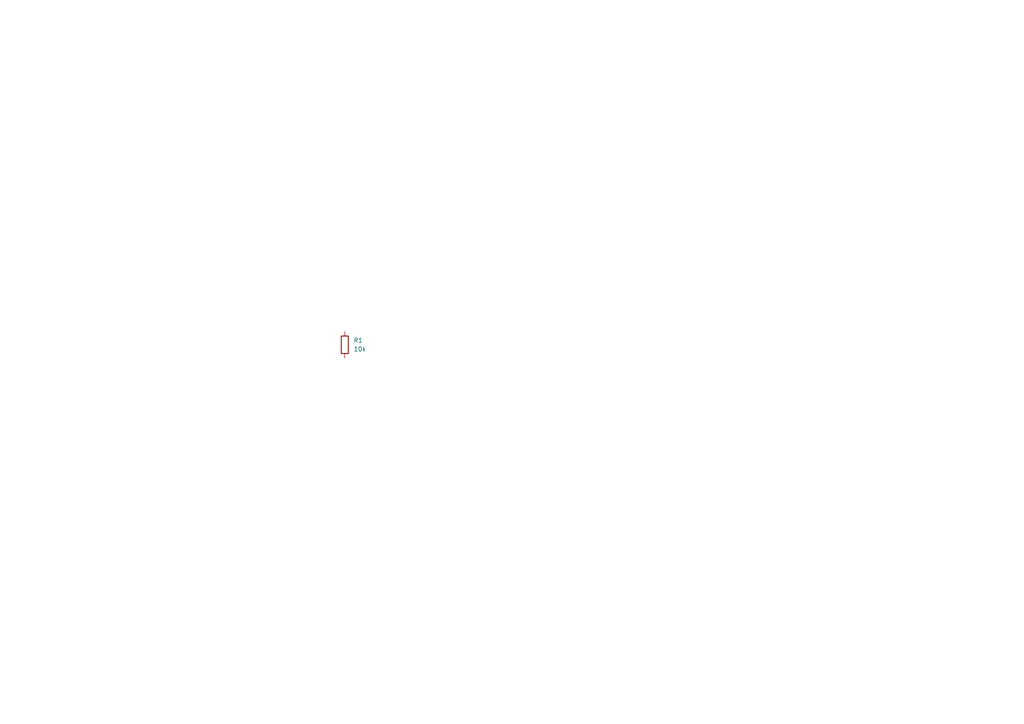
<source format=kicad_sch>
(kicad_sch (version 20250114) (generator "eeschema") (generator_version "9.0")
  (paper "A4")
  (title_block (title "resistor"))
  (lib_symbols
    (symbol "Device:R" (pin_numbers (hide yes)) (pin_names (offset 0))
      (property "Reference" "R" (at 2.032 0 90))
      (property "Value" "R" (at 0 0 90))
      (symbol "R_0_1"
        (rectangle (start -1.016 -2.54) (end 1.016 2.54) (stroke (width 0.254)))
      )
      (symbol "R_1_1"
        (pin passive line (at 0 3.81 270) (length 1.27) (name "~") (number "1"))
        (pin passive line (at 0 -3.81 90) (length 1.27) (name "~") (number "2"))
      )
    )
  )
  (symbol (lib_id "Device:R") (at 100 100 0) (unit 1)
    (property "Reference" "R1" (at 102.54 98.7299 0) (effects (justify left)))
    (property "Value" "10k" (at 102.54 101.2699 0) (effects (justify left)))
    (property "Description" "Resistor" (effects (hide yes)))
  )
)
</source>
